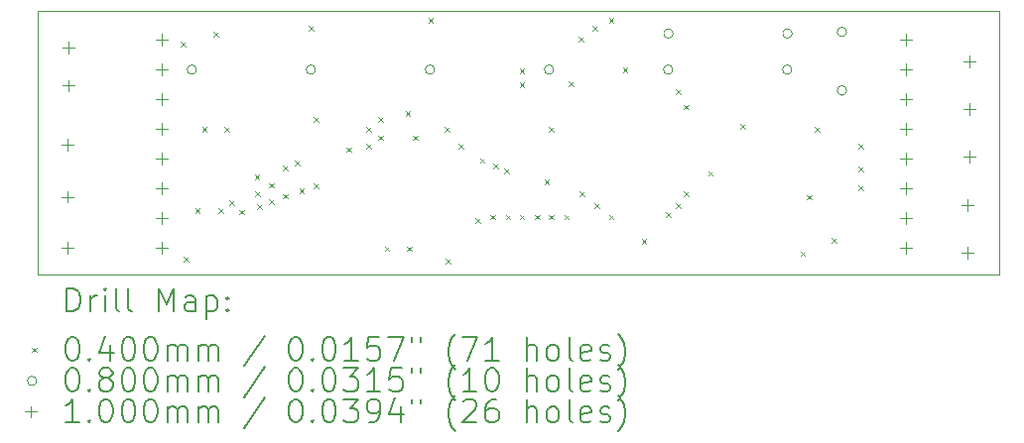
<source format=gbr>
%TF.GenerationSoftware,KiCad,Pcbnew,6.0.9-8da3e8f707~116~ubuntu20.04.1*%
%TF.CreationDate,2022-11-07T18:33:13+00:00*%
%TF.ProjectId,slrm,736c726d-2e6b-4696-9361-645f70636258,rev?*%
%TF.SameCoordinates,Original*%
%TF.FileFunction,Drillmap*%
%TF.FilePolarity,Positive*%
%FSLAX45Y45*%
G04 Gerber Fmt 4.5, Leading zero omitted, Abs format (unit mm)*
G04 Created by KiCad (PCBNEW 6.0.9-8da3e8f707~116~ubuntu20.04.1) date 2022-11-07 18:33:13*
%MOMM*%
%LPD*%
G01*
G04 APERTURE LIST*
%ADD10C,0.100000*%
%ADD11C,0.200000*%
%ADD12C,0.040000*%
%ADD13C,0.080000*%
G04 APERTURE END LIST*
D10*
X10873569Y-8392145D02*
X19078802Y-8392145D01*
X19078802Y-8392145D02*
X19078802Y-10640810D01*
X19078802Y-10640810D02*
X10873569Y-10640810D01*
X10873569Y-10640810D02*
X10873569Y-8392145D01*
D11*
D12*
X12099550Y-8650000D02*
X12139550Y-8690000D01*
X12139550Y-8650000D02*
X12099550Y-8690000D01*
X12120000Y-10490000D02*
X12160000Y-10530000D01*
X12160000Y-10490000D02*
X12120000Y-10530000D01*
X12220260Y-10077350D02*
X12260260Y-10117350D01*
X12260260Y-10077350D02*
X12220260Y-10117350D01*
X12280000Y-9378000D02*
X12320000Y-9418000D01*
X12320000Y-9378000D02*
X12280000Y-9418000D01*
X12380000Y-8570000D02*
X12420000Y-8610000D01*
X12420000Y-8570000D02*
X12380000Y-8610000D01*
X12418380Y-10077350D02*
X12458380Y-10117350D01*
X12458380Y-10077350D02*
X12418380Y-10117350D01*
X12470000Y-9378000D02*
X12510000Y-9418000D01*
X12510000Y-9378000D02*
X12470000Y-9418000D01*
X12514506Y-10004900D02*
X12554506Y-10044900D01*
X12554506Y-10004900D02*
X12514506Y-10044900D01*
X12600000Y-10087550D02*
X12640000Y-10127550D01*
X12640000Y-10087550D02*
X12600000Y-10127550D01*
X12728260Y-9787550D02*
X12768260Y-9827550D01*
X12768260Y-9787550D02*
X12728260Y-9827550D01*
X12730000Y-9932450D02*
X12770000Y-9972450D01*
X12770000Y-9932450D02*
X12730000Y-9972450D01*
X12750000Y-10042550D02*
X12790000Y-10082550D01*
X12790000Y-10042550D02*
X12750000Y-10082550D01*
X12850000Y-9860000D02*
X12890000Y-9900000D01*
X12890000Y-9860000D02*
X12850000Y-9900000D01*
X12850000Y-9997550D02*
X12890000Y-10037550D01*
X12890000Y-9997550D02*
X12850000Y-10037550D01*
X12970000Y-9952550D02*
X13010000Y-9992550D01*
X13010000Y-9952550D02*
X12970000Y-9992550D01*
X12972100Y-9712550D02*
X13012100Y-9752550D01*
X13012100Y-9712550D02*
X12972100Y-9752550D01*
X13068540Y-9667550D02*
X13108540Y-9707550D01*
X13108540Y-9667550D02*
X13068540Y-9707550D01*
X13110000Y-9907550D02*
X13150000Y-9947550D01*
X13150000Y-9907550D02*
X13110000Y-9947550D01*
X13190000Y-8517550D02*
X13230000Y-8557550D01*
X13230000Y-8517550D02*
X13190000Y-8557550D01*
X13230000Y-9862550D02*
X13270000Y-9902550D01*
X13270000Y-9862550D02*
X13230000Y-9902550D01*
X13233720Y-9294180D02*
X13273720Y-9334180D01*
X13273720Y-9294180D02*
X13233720Y-9334180D01*
X13512000Y-9555000D02*
X13552000Y-9595000D01*
X13552000Y-9555000D02*
X13512000Y-9595000D01*
X13680000Y-9378000D02*
X13720000Y-9418000D01*
X13720000Y-9378000D02*
X13680000Y-9418000D01*
X13680000Y-9525100D02*
X13720000Y-9565100D01*
X13720000Y-9525100D02*
X13680000Y-9565100D01*
X13780000Y-9299260D02*
X13820000Y-9339260D01*
X13820000Y-9299260D02*
X13780000Y-9339260D01*
X13780000Y-9452650D02*
X13820000Y-9492650D01*
X13820000Y-9452650D02*
X13780000Y-9492650D01*
X13838568Y-10400595D02*
X13878568Y-10440595D01*
X13878568Y-10400595D02*
X13838568Y-10440595D01*
X14015000Y-9245000D02*
X14055000Y-9285000D01*
X14055000Y-9245000D02*
X14015000Y-9285000D01*
X14030000Y-10400000D02*
X14070000Y-10440000D01*
X14070000Y-10400000D02*
X14030000Y-10440000D01*
X14080000Y-9452650D02*
X14120000Y-9492650D01*
X14120000Y-9452650D02*
X14080000Y-9492650D01*
X14210000Y-8447550D02*
X14250000Y-8487550D01*
X14250000Y-8447550D02*
X14210000Y-8487550D01*
X14350000Y-9380000D02*
X14390000Y-9420000D01*
X14390000Y-9380000D02*
X14350000Y-9420000D01*
X14360000Y-10510000D02*
X14400000Y-10550000D01*
X14400000Y-10510000D02*
X14360000Y-10550000D01*
X14470000Y-9525100D02*
X14510000Y-9565100D01*
X14510000Y-9525100D02*
X14470000Y-9565100D01*
X14610000Y-10160000D02*
X14650000Y-10200000D01*
X14650000Y-10160000D02*
X14610000Y-10200000D01*
X14651040Y-9647550D02*
X14691040Y-9687550D01*
X14691040Y-9647550D02*
X14651040Y-9687550D01*
X14740000Y-10130000D02*
X14780000Y-10170000D01*
X14780000Y-10130000D02*
X14740000Y-10170000D01*
X14761815Y-9692550D02*
X14801815Y-9732550D01*
X14801815Y-9692550D02*
X14761815Y-9732550D01*
X14860000Y-9737550D02*
X14900000Y-9777550D01*
X14900000Y-9737550D02*
X14860000Y-9777550D01*
X14870000Y-10130000D02*
X14910000Y-10170000D01*
X14910000Y-10130000D02*
X14870000Y-10170000D01*
X14989000Y-8881000D02*
X15029000Y-8921000D01*
X15029000Y-8881000D02*
X14989000Y-8921000D01*
X14990000Y-9000000D02*
X15030000Y-9040000D01*
X15030000Y-9000000D02*
X14990000Y-9040000D01*
X14990000Y-10130000D02*
X15030000Y-10170000D01*
X15030000Y-10130000D02*
X14990000Y-10170000D01*
X15120000Y-10130000D02*
X15160000Y-10170000D01*
X15160000Y-10130000D02*
X15120000Y-10170000D01*
X15200000Y-9830000D02*
X15240000Y-9870000D01*
X15240000Y-9830000D02*
X15200000Y-9870000D01*
X15236000Y-9380150D02*
X15276000Y-9420150D01*
X15276000Y-9380150D02*
X15236000Y-9420150D01*
X15240000Y-10130000D02*
X15280000Y-10170000D01*
X15280000Y-10130000D02*
X15240000Y-10170000D01*
X15370000Y-10130000D02*
X15410000Y-10170000D01*
X15410000Y-10130000D02*
X15370000Y-10170000D01*
X15410000Y-8990000D02*
X15450000Y-9030000D01*
X15450000Y-8990000D02*
X15410000Y-9030000D01*
X15490000Y-8610000D02*
X15530000Y-8650000D01*
X15530000Y-8610000D02*
X15490000Y-8650000D01*
X15500000Y-9930000D02*
X15540000Y-9970000D01*
X15540000Y-9930000D02*
X15500000Y-9970000D01*
X15610000Y-8520000D02*
X15650000Y-8560000D01*
X15650000Y-8520000D02*
X15610000Y-8560000D01*
X15630000Y-10030000D02*
X15670000Y-10070000D01*
X15670000Y-10030000D02*
X15630000Y-10070000D01*
X15750000Y-8450000D02*
X15790000Y-8490000D01*
X15790000Y-8450000D02*
X15750000Y-8490000D01*
X15750000Y-10130000D02*
X15790000Y-10170000D01*
X15790000Y-10130000D02*
X15750000Y-10170000D01*
X15870000Y-8870000D02*
X15910000Y-8910000D01*
X15910000Y-8870000D02*
X15870000Y-8910000D01*
X16030000Y-10340000D02*
X16070000Y-10380000D01*
X16070000Y-10340000D02*
X16030000Y-10380000D01*
X16240000Y-10110000D02*
X16280000Y-10150000D01*
X16280000Y-10110000D02*
X16240000Y-10150000D01*
X16320000Y-9060000D02*
X16360000Y-9100000D01*
X16360000Y-9060000D02*
X16320000Y-9100000D01*
X16320000Y-10030000D02*
X16360000Y-10070000D01*
X16360000Y-10030000D02*
X16320000Y-10070000D01*
X16392450Y-9190000D02*
X16432450Y-9230000D01*
X16432450Y-9190000D02*
X16392450Y-9230000D01*
X16392450Y-9930000D02*
X16432450Y-9970000D01*
X16432450Y-9930000D02*
X16392450Y-9970000D01*
X16598000Y-9758000D02*
X16638000Y-9798000D01*
X16638000Y-9758000D02*
X16598000Y-9798000D01*
X16874000Y-9358000D02*
X16914000Y-9398000D01*
X16914000Y-9358000D02*
X16874000Y-9398000D01*
X17384000Y-10443000D02*
X17424000Y-10483000D01*
X17424000Y-10443000D02*
X17384000Y-10483000D01*
X17440000Y-9960000D02*
X17480000Y-10000000D01*
X17480000Y-9960000D02*
X17440000Y-10000000D01*
X17510000Y-9380000D02*
X17550000Y-9420000D01*
X17550000Y-9380000D02*
X17510000Y-9420000D01*
X17650000Y-10330000D02*
X17690000Y-10370000D01*
X17690000Y-10330000D02*
X17650000Y-10370000D01*
X17880000Y-9525050D02*
X17920000Y-9565050D01*
X17920000Y-9525050D02*
X17880000Y-9565050D01*
X17880000Y-9720000D02*
X17920000Y-9760000D01*
X17920000Y-9720000D02*
X17880000Y-9760000D01*
X17880000Y-9880000D02*
X17920000Y-9920000D01*
X17920000Y-9880000D02*
X17880000Y-9920000D01*
D13*
X12232000Y-8890000D02*
G75*
G03*
X12232000Y-8890000I-40000J0D01*
G01*
X13248000Y-8890000D02*
G75*
G03*
X13248000Y-8890000I-40000J0D01*
G01*
X14264000Y-8890000D02*
G75*
G03*
X14264000Y-8890000I-40000J0D01*
G01*
X15280000Y-8890000D02*
G75*
G03*
X15280000Y-8890000I-40000J0D01*
G01*
X16296000Y-8890000D02*
G75*
G03*
X16296000Y-8890000I-40000J0D01*
G01*
X16298540Y-8582660D02*
G75*
G03*
X16298540Y-8582660I-40000J0D01*
G01*
X17312000Y-8890000D02*
G75*
G03*
X17312000Y-8890000I-40000J0D01*
G01*
X17314540Y-8582660D02*
G75*
G03*
X17314540Y-8582660I-40000J0D01*
G01*
X17780000Y-8569000D02*
G75*
G03*
X17780000Y-8569000I-40000J0D01*
G01*
X17780000Y-9069000D02*
G75*
G03*
X17780000Y-9069000I-40000J0D01*
G01*
D10*
X11130000Y-9479620D02*
X11130000Y-9579620D01*
X11080000Y-9529620D02*
X11180000Y-9529620D01*
X11130000Y-9926660D02*
X11130000Y-10026660D01*
X11080000Y-9976660D02*
X11180000Y-9976660D01*
X11130000Y-10361000D02*
X11130000Y-10461000D01*
X11080000Y-10411000D02*
X11180000Y-10411000D01*
X11140160Y-8654120D02*
X11140160Y-8754120D01*
X11090160Y-8704120D02*
X11190160Y-8704120D01*
X11141940Y-8977840D02*
X11141940Y-9077840D01*
X11091940Y-9027840D02*
X11191940Y-9027840D01*
X11938000Y-8586000D02*
X11938000Y-8686000D01*
X11888000Y-8636000D02*
X11988000Y-8636000D01*
X11938000Y-8840000D02*
X11938000Y-8940000D01*
X11888000Y-8890000D02*
X11988000Y-8890000D01*
X11938000Y-9094000D02*
X11938000Y-9194000D01*
X11888000Y-9144000D02*
X11988000Y-9144000D01*
X11938000Y-9348000D02*
X11938000Y-9448000D01*
X11888000Y-9398000D02*
X11988000Y-9398000D01*
X11938000Y-9602000D02*
X11938000Y-9702000D01*
X11888000Y-9652000D02*
X11988000Y-9652000D01*
X11938000Y-9856000D02*
X11938000Y-9956000D01*
X11888000Y-9906000D02*
X11988000Y-9906000D01*
X11938000Y-10110000D02*
X11938000Y-10210000D01*
X11888000Y-10160000D02*
X11988000Y-10160000D01*
X11938000Y-10364000D02*
X11938000Y-10464000D01*
X11888000Y-10414000D02*
X11988000Y-10414000D01*
X18288000Y-8586000D02*
X18288000Y-8686000D01*
X18238000Y-8636000D02*
X18338000Y-8636000D01*
X18288000Y-8840000D02*
X18288000Y-8940000D01*
X18238000Y-8890000D02*
X18338000Y-8890000D01*
X18288000Y-9094000D02*
X18288000Y-9194000D01*
X18238000Y-9144000D02*
X18338000Y-9144000D01*
X18288000Y-9348000D02*
X18288000Y-9448000D01*
X18238000Y-9398000D02*
X18338000Y-9398000D01*
X18288000Y-9602000D02*
X18288000Y-9702000D01*
X18238000Y-9652000D02*
X18338000Y-9652000D01*
X18288000Y-9856000D02*
X18288000Y-9956000D01*
X18238000Y-9906000D02*
X18338000Y-9906000D01*
X18288000Y-10110000D02*
X18288000Y-10210000D01*
X18238000Y-10160000D02*
X18338000Y-10160000D01*
X18288000Y-10364000D02*
X18288000Y-10464000D01*
X18238000Y-10414000D02*
X18338000Y-10414000D01*
X18807920Y-9997060D02*
X18807920Y-10097060D01*
X18757920Y-10047060D02*
X18857920Y-10047060D01*
X18813000Y-10406000D02*
X18813000Y-10506000D01*
X18763000Y-10456000D02*
X18863000Y-10456000D01*
X18825700Y-9585580D02*
X18825700Y-9685580D01*
X18775700Y-9635580D02*
X18875700Y-9635580D01*
X18828240Y-8767700D02*
X18828240Y-8867700D01*
X18778240Y-8817700D02*
X18878240Y-8817700D01*
X18830780Y-9179180D02*
X18830780Y-9279180D01*
X18780780Y-9229180D02*
X18880780Y-9229180D01*
D11*
X11126188Y-10956286D02*
X11126188Y-10756286D01*
X11173807Y-10756286D01*
X11202379Y-10765810D01*
X11221426Y-10784857D01*
X11230950Y-10803905D01*
X11240474Y-10842000D01*
X11240474Y-10870572D01*
X11230950Y-10908667D01*
X11221426Y-10927714D01*
X11202379Y-10946762D01*
X11173807Y-10956286D01*
X11126188Y-10956286D01*
X11326188Y-10956286D02*
X11326188Y-10822952D01*
X11326188Y-10861048D02*
X11335712Y-10842000D01*
X11345236Y-10832476D01*
X11364284Y-10822952D01*
X11383331Y-10822952D01*
X11449998Y-10956286D02*
X11449998Y-10822952D01*
X11449998Y-10756286D02*
X11440474Y-10765810D01*
X11449998Y-10775333D01*
X11459522Y-10765810D01*
X11449998Y-10756286D01*
X11449998Y-10775333D01*
X11573807Y-10956286D02*
X11554760Y-10946762D01*
X11545236Y-10927714D01*
X11545236Y-10756286D01*
X11678569Y-10956286D02*
X11659522Y-10946762D01*
X11649998Y-10927714D01*
X11649998Y-10756286D01*
X11907141Y-10956286D02*
X11907141Y-10756286D01*
X11973807Y-10899143D01*
X12040474Y-10756286D01*
X12040474Y-10956286D01*
X12221426Y-10956286D02*
X12221426Y-10851524D01*
X12211903Y-10832476D01*
X12192855Y-10822952D01*
X12154760Y-10822952D01*
X12135712Y-10832476D01*
X12221426Y-10946762D02*
X12202379Y-10956286D01*
X12154760Y-10956286D01*
X12135712Y-10946762D01*
X12126188Y-10927714D01*
X12126188Y-10908667D01*
X12135712Y-10889619D01*
X12154760Y-10880095D01*
X12202379Y-10880095D01*
X12221426Y-10870572D01*
X12316665Y-10822952D02*
X12316665Y-11022952D01*
X12316665Y-10832476D02*
X12335712Y-10822952D01*
X12373807Y-10822952D01*
X12392855Y-10832476D01*
X12402379Y-10842000D01*
X12411903Y-10861048D01*
X12411903Y-10918191D01*
X12402379Y-10937238D01*
X12392855Y-10946762D01*
X12373807Y-10956286D01*
X12335712Y-10956286D01*
X12316665Y-10946762D01*
X12497617Y-10937238D02*
X12507141Y-10946762D01*
X12497617Y-10956286D01*
X12488093Y-10946762D01*
X12497617Y-10937238D01*
X12497617Y-10956286D01*
X12497617Y-10832476D02*
X12507141Y-10842000D01*
X12497617Y-10851524D01*
X12488093Y-10842000D01*
X12497617Y-10832476D01*
X12497617Y-10851524D01*
D12*
X10828569Y-11265810D02*
X10868569Y-11305810D01*
X10868569Y-11265810D02*
X10828569Y-11305810D01*
D11*
X11164284Y-11176286D02*
X11183331Y-11176286D01*
X11202379Y-11185810D01*
X11211903Y-11195333D01*
X11221426Y-11214381D01*
X11230950Y-11252476D01*
X11230950Y-11300095D01*
X11221426Y-11338190D01*
X11211903Y-11357238D01*
X11202379Y-11366762D01*
X11183331Y-11376286D01*
X11164284Y-11376286D01*
X11145236Y-11366762D01*
X11135712Y-11357238D01*
X11126188Y-11338190D01*
X11116665Y-11300095D01*
X11116665Y-11252476D01*
X11126188Y-11214381D01*
X11135712Y-11195333D01*
X11145236Y-11185810D01*
X11164284Y-11176286D01*
X11316665Y-11357238D02*
X11326188Y-11366762D01*
X11316665Y-11376286D01*
X11307141Y-11366762D01*
X11316665Y-11357238D01*
X11316665Y-11376286D01*
X11497617Y-11242952D02*
X11497617Y-11376286D01*
X11449998Y-11166762D02*
X11402379Y-11309619D01*
X11526188Y-11309619D01*
X11640474Y-11176286D02*
X11659522Y-11176286D01*
X11678569Y-11185810D01*
X11688093Y-11195333D01*
X11697617Y-11214381D01*
X11707141Y-11252476D01*
X11707141Y-11300095D01*
X11697617Y-11338190D01*
X11688093Y-11357238D01*
X11678569Y-11366762D01*
X11659522Y-11376286D01*
X11640474Y-11376286D01*
X11621426Y-11366762D01*
X11611903Y-11357238D01*
X11602379Y-11338190D01*
X11592855Y-11300095D01*
X11592855Y-11252476D01*
X11602379Y-11214381D01*
X11611903Y-11195333D01*
X11621426Y-11185810D01*
X11640474Y-11176286D01*
X11830950Y-11176286D02*
X11849998Y-11176286D01*
X11869045Y-11185810D01*
X11878569Y-11195333D01*
X11888093Y-11214381D01*
X11897617Y-11252476D01*
X11897617Y-11300095D01*
X11888093Y-11338190D01*
X11878569Y-11357238D01*
X11869045Y-11366762D01*
X11849998Y-11376286D01*
X11830950Y-11376286D01*
X11811903Y-11366762D01*
X11802379Y-11357238D01*
X11792855Y-11338190D01*
X11783331Y-11300095D01*
X11783331Y-11252476D01*
X11792855Y-11214381D01*
X11802379Y-11195333D01*
X11811903Y-11185810D01*
X11830950Y-11176286D01*
X11983331Y-11376286D02*
X11983331Y-11242952D01*
X11983331Y-11262000D02*
X11992855Y-11252476D01*
X12011903Y-11242952D01*
X12040474Y-11242952D01*
X12059522Y-11252476D01*
X12069045Y-11271524D01*
X12069045Y-11376286D01*
X12069045Y-11271524D02*
X12078569Y-11252476D01*
X12097617Y-11242952D01*
X12126188Y-11242952D01*
X12145236Y-11252476D01*
X12154760Y-11271524D01*
X12154760Y-11376286D01*
X12249998Y-11376286D02*
X12249998Y-11242952D01*
X12249998Y-11262000D02*
X12259522Y-11252476D01*
X12278569Y-11242952D01*
X12307141Y-11242952D01*
X12326188Y-11252476D01*
X12335712Y-11271524D01*
X12335712Y-11376286D01*
X12335712Y-11271524D02*
X12345236Y-11252476D01*
X12364284Y-11242952D01*
X12392855Y-11242952D01*
X12411903Y-11252476D01*
X12421426Y-11271524D01*
X12421426Y-11376286D01*
X12811903Y-11166762D02*
X12640474Y-11423905D01*
X13069045Y-11176286D02*
X13088093Y-11176286D01*
X13107141Y-11185810D01*
X13116665Y-11195333D01*
X13126188Y-11214381D01*
X13135712Y-11252476D01*
X13135712Y-11300095D01*
X13126188Y-11338190D01*
X13116665Y-11357238D01*
X13107141Y-11366762D01*
X13088093Y-11376286D01*
X13069045Y-11376286D01*
X13049998Y-11366762D01*
X13040474Y-11357238D01*
X13030950Y-11338190D01*
X13021426Y-11300095D01*
X13021426Y-11252476D01*
X13030950Y-11214381D01*
X13040474Y-11195333D01*
X13049998Y-11185810D01*
X13069045Y-11176286D01*
X13221426Y-11357238D02*
X13230950Y-11366762D01*
X13221426Y-11376286D01*
X13211903Y-11366762D01*
X13221426Y-11357238D01*
X13221426Y-11376286D01*
X13354760Y-11176286D02*
X13373807Y-11176286D01*
X13392855Y-11185810D01*
X13402379Y-11195333D01*
X13411903Y-11214381D01*
X13421426Y-11252476D01*
X13421426Y-11300095D01*
X13411903Y-11338190D01*
X13402379Y-11357238D01*
X13392855Y-11366762D01*
X13373807Y-11376286D01*
X13354760Y-11376286D01*
X13335712Y-11366762D01*
X13326188Y-11357238D01*
X13316665Y-11338190D01*
X13307141Y-11300095D01*
X13307141Y-11252476D01*
X13316665Y-11214381D01*
X13326188Y-11195333D01*
X13335712Y-11185810D01*
X13354760Y-11176286D01*
X13611903Y-11376286D02*
X13497617Y-11376286D01*
X13554760Y-11376286D02*
X13554760Y-11176286D01*
X13535712Y-11204857D01*
X13516665Y-11223905D01*
X13497617Y-11233429D01*
X13792855Y-11176286D02*
X13697617Y-11176286D01*
X13688093Y-11271524D01*
X13697617Y-11262000D01*
X13716665Y-11252476D01*
X13764284Y-11252476D01*
X13783331Y-11262000D01*
X13792855Y-11271524D01*
X13802379Y-11290571D01*
X13802379Y-11338190D01*
X13792855Y-11357238D01*
X13783331Y-11366762D01*
X13764284Y-11376286D01*
X13716665Y-11376286D01*
X13697617Y-11366762D01*
X13688093Y-11357238D01*
X13869045Y-11176286D02*
X14002379Y-11176286D01*
X13916665Y-11376286D01*
X14069045Y-11176286D02*
X14069045Y-11214381D01*
X14145236Y-11176286D02*
X14145236Y-11214381D01*
X14440474Y-11452476D02*
X14430950Y-11442952D01*
X14411903Y-11414381D01*
X14402379Y-11395333D01*
X14392855Y-11366762D01*
X14383331Y-11319143D01*
X14383331Y-11281048D01*
X14392855Y-11233429D01*
X14402379Y-11204857D01*
X14411903Y-11185810D01*
X14430950Y-11157238D01*
X14440474Y-11147714D01*
X14497617Y-11176286D02*
X14630950Y-11176286D01*
X14545236Y-11376286D01*
X14811903Y-11376286D02*
X14697617Y-11376286D01*
X14754760Y-11376286D02*
X14754760Y-11176286D01*
X14735712Y-11204857D01*
X14716665Y-11223905D01*
X14697617Y-11233429D01*
X15049998Y-11376286D02*
X15049998Y-11176286D01*
X15135712Y-11376286D02*
X15135712Y-11271524D01*
X15126188Y-11252476D01*
X15107141Y-11242952D01*
X15078569Y-11242952D01*
X15059522Y-11252476D01*
X15049998Y-11262000D01*
X15259522Y-11376286D02*
X15240474Y-11366762D01*
X15230950Y-11357238D01*
X15221426Y-11338190D01*
X15221426Y-11281048D01*
X15230950Y-11262000D01*
X15240474Y-11252476D01*
X15259522Y-11242952D01*
X15288093Y-11242952D01*
X15307141Y-11252476D01*
X15316665Y-11262000D01*
X15326188Y-11281048D01*
X15326188Y-11338190D01*
X15316665Y-11357238D01*
X15307141Y-11366762D01*
X15288093Y-11376286D01*
X15259522Y-11376286D01*
X15440474Y-11376286D02*
X15421426Y-11366762D01*
X15411903Y-11347714D01*
X15411903Y-11176286D01*
X15592855Y-11366762D02*
X15573807Y-11376286D01*
X15535712Y-11376286D01*
X15516665Y-11366762D01*
X15507141Y-11347714D01*
X15507141Y-11271524D01*
X15516665Y-11252476D01*
X15535712Y-11242952D01*
X15573807Y-11242952D01*
X15592855Y-11252476D01*
X15602379Y-11271524D01*
X15602379Y-11290571D01*
X15507141Y-11309619D01*
X15678569Y-11366762D02*
X15697617Y-11376286D01*
X15735712Y-11376286D01*
X15754760Y-11366762D01*
X15764284Y-11347714D01*
X15764284Y-11338190D01*
X15754760Y-11319143D01*
X15735712Y-11309619D01*
X15707141Y-11309619D01*
X15688093Y-11300095D01*
X15678569Y-11281048D01*
X15678569Y-11271524D01*
X15688093Y-11252476D01*
X15707141Y-11242952D01*
X15735712Y-11242952D01*
X15754760Y-11252476D01*
X15830950Y-11452476D02*
X15840474Y-11442952D01*
X15859522Y-11414381D01*
X15869045Y-11395333D01*
X15878569Y-11366762D01*
X15888093Y-11319143D01*
X15888093Y-11281048D01*
X15878569Y-11233429D01*
X15869045Y-11204857D01*
X15859522Y-11185810D01*
X15840474Y-11157238D01*
X15830950Y-11147714D01*
D13*
X10868569Y-11549810D02*
G75*
G03*
X10868569Y-11549810I-40000J0D01*
G01*
D11*
X11164284Y-11440286D02*
X11183331Y-11440286D01*
X11202379Y-11449810D01*
X11211903Y-11459333D01*
X11221426Y-11478381D01*
X11230950Y-11516476D01*
X11230950Y-11564095D01*
X11221426Y-11602190D01*
X11211903Y-11621238D01*
X11202379Y-11630762D01*
X11183331Y-11640286D01*
X11164284Y-11640286D01*
X11145236Y-11630762D01*
X11135712Y-11621238D01*
X11126188Y-11602190D01*
X11116665Y-11564095D01*
X11116665Y-11516476D01*
X11126188Y-11478381D01*
X11135712Y-11459333D01*
X11145236Y-11449810D01*
X11164284Y-11440286D01*
X11316665Y-11621238D02*
X11326188Y-11630762D01*
X11316665Y-11640286D01*
X11307141Y-11630762D01*
X11316665Y-11621238D01*
X11316665Y-11640286D01*
X11440474Y-11526000D02*
X11421426Y-11516476D01*
X11411903Y-11506952D01*
X11402379Y-11487905D01*
X11402379Y-11478381D01*
X11411903Y-11459333D01*
X11421426Y-11449810D01*
X11440474Y-11440286D01*
X11478569Y-11440286D01*
X11497617Y-11449810D01*
X11507141Y-11459333D01*
X11516665Y-11478381D01*
X11516665Y-11487905D01*
X11507141Y-11506952D01*
X11497617Y-11516476D01*
X11478569Y-11526000D01*
X11440474Y-11526000D01*
X11421426Y-11535524D01*
X11411903Y-11545048D01*
X11402379Y-11564095D01*
X11402379Y-11602190D01*
X11411903Y-11621238D01*
X11421426Y-11630762D01*
X11440474Y-11640286D01*
X11478569Y-11640286D01*
X11497617Y-11630762D01*
X11507141Y-11621238D01*
X11516665Y-11602190D01*
X11516665Y-11564095D01*
X11507141Y-11545048D01*
X11497617Y-11535524D01*
X11478569Y-11526000D01*
X11640474Y-11440286D02*
X11659522Y-11440286D01*
X11678569Y-11449810D01*
X11688093Y-11459333D01*
X11697617Y-11478381D01*
X11707141Y-11516476D01*
X11707141Y-11564095D01*
X11697617Y-11602190D01*
X11688093Y-11621238D01*
X11678569Y-11630762D01*
X11659522Y-11640286D01*
X11640474Y-11640286D01*
X11621426Y-11630762D01*
X11611903Y-11621238D01*
X11602379Y-11602190D01*
X11592855Y-11564095D01*
X11592855Y-11516476D01*
X11602379Y-11478381D01*
X11611903Y-11459333D01*
X11621426Y-11449810D01*
X11640474Y-11440286D01*
X11830950Y-11440286D02*
X11849998Y-11440286D01*
X11869045Y-11449810D01*
X11878569Y-11459333D01*
X11888093Y-11478381D01*
X11897617Y-11516476D01*
X11897617Y-11564095D01*
X11888093Y-11602190D01*
X11878569Y-11621238D01*
X11869045Y-11630762D01*
X11849998Y-11640286D01*
X11830950Y-11640286D01*
X11811903Y-11630762D01*
X11802379Y-11621238D01*
X11792855Y-11602190D01*
X11783331Y-11564095D01*
X11783331Y-11516476D01*
X11792855Y-11478381D01*
X11802379Y-11459333D01*
X11811903Y-11449810D01*
X11830950Y-11440286D01*
X11983331Y-11640286D02*
X11983331Y-11506952D01*
X11983331Y-11526000D02*
X11992855Y-11516476D01*
X12011903Y-11506952D01*
X12040474Y-11506952D01*
X12059522Y-11516476D01*
X12069045Y-11535524D01*
X12069045Y-11640286D01*
X12069045Y-11535524D02*
X12078569Y-11516476D01*
X12097617Y-11506952D01*
X12126188Y-11506952D01*
X12145236Y-11516476D01*
X12154760Y-11535524D01*
X12154760Y-11640286D01*
X12249998Y-11640286D02*
X12249998Y-11506952D01*
X12249998Y-11526000D02*
X12259522Y-11516476D01*
X12278569Y-11506952D01*
X12307141Y-11506952D01*
X12326188Y-11516476D01*
X12335712Y-11535524D01*
X12335712Y-11640286D01*
X12335712Y-11535524D02*
X12345236Y-11516476D01*
X12364284Y-11506952D01*
X12392855Y-11506952D01*
X12411903Y-11516476D01*
X12421426Y-11535524D01*
X12421426Y-11640286D01*
X12811903Y-11430762D02*
X12640474Y-11687905D01*
X13069045Y-11440286D02*
X13088093Y-11440286D01*
X13107141Y-11449810D01*
X13116665Y-11459333D01*
X13126188Y-11478381D01*
X13135712Y-11516476D01*
X13135712Y-11564095D01*
X13126188Y-11602190D01*
X13116665Y-11621238D01*
X13107141Y-11630762D01*
X13088093Y-11640286D01*
X13069045Y-11640286D01*
X13049998Y-11630762D01*
X13040474Y-11621238D01*
X13030950Y-11602190D01*
X13021426Y-11564095D01*
X13021426Y-11516476D01*
X13030950Y-11478381D01*
X13040474Y-11459333D01*
X13049998Y-11449810D01*
X13069045Y-11440286D01*
X13221426Y-11621238D02*
X13230950Y-11630762D01*
X13221426Y-11640286D01*
X13211903Y-11630762D01*
X13221426Y-11621238D01*
X13221426Y-11640286D01*
X13354760Y-11440286D02*
X13373807Y-11440286D01*
X13392855Y-11449810D01*
X13402379Y-11459333D01*
X13411903Y-11478381D01*
X13421426Y-11516476D01*
X13421426Y-11564095D01*
X13411903Y-11602190D01*
X13402379Y-11621238D01*
X13392855Y-11630762D01*
X13373807Y-11640286D01*
X13354760Y-11640286D01*
X13335712Y-11630762D01*
X13326188Y-11621238D01*
X13316665Y-11602190D01*
X13307141Y-11564095D01*
X13307141Y-11516476D01*
X13316665Y-11478381D01*
X13326188Y-11459333D01*
X13335712Y-11449810D01*
X13354760Y-11440286D01*
X13488093Y-11440286D02*
X13611903Y-11440286D01*
X13545236Y-11516476D01*
X13573807Y-11516476D01*
X13592855Y-11526000D01*
X13602379Y-11535524D01*
X13611903Y-11554571D01*
X13611903Y-11602190D01*
X13602379Y-11621238D01*
X13592855Y-11630762D01*
X13573807Y-11640286D01*
X13516665Y-11640286D01*
X13497617Y-11630762D01*
X13488093Y-11621238D01*
X13802379Y-11640286D02*
X13688093Y-11640286D01*
X13745236Y-11640286D02*
X13745236Y-11440286D01*
X13726188Y-11468857D01*
X13707141Y-11487905D01*
X13688093Y-11497429D01*
X13983331Y-11440286D02*
X13888093Y-11440286D01*
X13878569Y-11535524D01*
X13888093Y-11526000D01*
X13907141Y-11516476D01*
X13954760Y-11516476D01*
X13973807Y-11526000D01*
X13983331Y-11535524D01*
X13992855Y-11554571D01*
X13992855Y-11602190D01*
X13983331Y-11621238D01*
X13973807Y-11630762D01*
X13954760Y-11640286D01*
X13907141Y-11640286D01*
X13888093Y-11630762D01*
X13878569Y-11621238D01*
X14069045Y-11440286D02*
X14069045Y-11478381D01*
X14145236Y-11440286D02*
X14145236Y-11478381D01*
X14440474Y-11716476D02*
X14430950Y-11706952D01*
X14411903Y-11678381D01*
X14402379Y-11659333D01*
X14392855Y-11630762D01*
X14383331Y-11583143D01*
X14383331Y-11545048D01*
X14392855Y-11497429D01*
X14402379Y-11468857D01*
X14411903Y-11449810D01*
X14430950Y-11421238D01*
X14440474Y-11411714D01*
X14621426Y-11640286D02*
X14507141Y-11640286D01*
X14564284Y-11640286D02*
X14564284Y-11440286D01*
X14545236Y-11468857D01*
X14526188Y-11487905D01*
X14507141Y-11497429D01*
X14745236Y-11440286D02*
X14764284Y-11440286D01*
X14783331Y-11449810D01*
X14792855Y-11459333D01*
X14802379Y-11478381D01*
X14811903Y-11516476D01*
X14811903Y-11564095D01*
X14802379Y-11602190D01*
X14792855Y-11621238D01*
X14783331Y-11630762D01*
X14764284Y-11640286D01*
X14745236Y-11640286D01*
X14726188Y-11630762D01*
X14716665Y-11621238D01*
X14707141Y-11602190D01*
X14697617Y-11564095D01*
X14697617Y-11516476D01*
X14707141Y-11478381D01*
X14716665Y-11459333D01*
X14726188Y-11449810D01*
X14745236Y-11440286D01*
X15049998Y-11640286D02*
X15049998Y-11440286D01*
X15135712Y-11640286D02*
X15135712Y-11535524D01*
X15126188Y-11516476D01*
X15107141Y-11506952D01*
X15078569Y-11506952D01*
X15059522Y-11516476D01*
X15049998Y-11526000D01*
X15259522Y-11640286D02*
X15240474Y-11630762D01*
X15230950Y-11621238D01*
X15221426Y-11602190D01*
X15221426Y-11545048D01*
X15230950Y-11526000D01*
X15240474Y-11516476D01*
X15259522Y-11506952D01*
X15288093Y-11506952D01*
X15307141Y-11516476D01*
X15316665Y-11526000D01*
X15326188Y-11545048D01*
X15326188Y-11602190D01*
X15316665Y-11621238D01*
X15307141Y-11630762D01*
X15288093Y-11640286D01*
X15259522Y-11640286D01*
X15440474Y-11640286D02*
X15421426Y-11630762D01*
X15411903Y-11611714D01*
X15411903Y-11440286D01*
X15592855Y-11630762D02*
X15573807Y-11640286D01*
X15535712Y-11640286D01*
X15516665Y-11630762D01*
X15507141Y-11611714D01*
X15507141Y-11535524D01*
X15516665Y-11516476D01*
X15535712Y-11506952D01*
X15573807Y-11506952D01*
X15592855Y-11516476D01*
X15602379Y-11535524D01*
X15602379Y-11554571D01*
X15507141Y-11573619D01*
X15678569Y-11630762D02*
X15697617Y-11640286D01*
X15735712Y-11640286D01*
X15754760Y-11630762D01*
X15764284Y-11611714D01*
X15764284Y-11602190D01*
X15754760Y-11583143D01*
X15735712Y-11573619D01*
X15707141Y-11573619D01*
X15688093Y-11564095D01*
X15678569Y-11545048D01*
X15678569Y-11535524D01*
X15688093Y-11516476D01*
X15707141Y-11506952D01*
X15735712Y-11506952D01*
X15754760Y-11516476D01*
X15830950Y-11716476D02*
X15840474Y-11706952D01*
X15859522Y-11678381D01*
X15869045Y-11659333D01*
X15878569Y-11630762D01*
X15888093Y-11583143D01*
X15888093Y-11545048D01*
X15878569Y-11497429D01*
X15869045Y-11468857D01*
X15859522Y-11449810D01*
X15840474Y-11421238D01*
X15830950Y-11411714D01*
D10*
X10818569Y-11763810D02*
X10818569Y-11863810D01*
X10768569Y-11813810D02*
X10868569Y-11813810D01*
D11*
X11230950Y-11904286D02*
X11116665Y-11904286D01*
X11173807Y-11904286D02*
X11173807Y-11704286D01*
X11154760Y-11732857D01*
X11135712Y-11751905D01*
X11116665Y-11761429D01*
X11316665Y-11885238D02*
X11326188Y-11894762D01*
X11316665Y-11904286D01*
X11307141Y-11894762D01*
X11316665Y-11885238D01*
X11316665Y-11904286D01*
X11449998Y-11704286D02*
X11469045Y-11704286D01*
X11488093Y-11713810D01*
X11497617Y-11723333D01*
X11507141Y-11742381D01*
X11516665Y-11780476D01*
X11516665Y-11828095D01*
X11507141Y-11866190D01*
X11497617Y-11885238D01*
X11488093Y-11894762D01*
X11469045Y-11904286D01*
X11449998Y-11904286D01*
X11430950Y-11894762D01*
X11421426Y-11885238D01*
X11411903Y-11866190D01*
X11402379Y-11828095D01*
X11402379Y-11780476D01*
X11411903Y-11742381D01*
X11421426Y-11723333D01*
X11430950Y-11713810D01*
X11449998Y-11704286D01*
X11640474Y-11704286D02*
X11659522Y-11704286D01*
X11678569Y-11713810D01*
X11688093Y-11723333D01*
X11697617Y-11742381D01*
X11707141Y-11780476D01*
X11707141Y-11828095D01*
X11697617Y-11866190D01*
X11688093Y-11885238D01*
X11678569Y-11894762D01*
X11659522Y-11904286D01*
X11640474Y-11904286D01*
X11621426Y-11894762D01*
X11611903Y-11885238D01*
X11602379Y-11866190D01*
X11592855Y-11828095D01*
X11592855Y-11780476D01*
X11602379Y-11742381D01*
X11611903Y-11723333D01*
X11621426Y-11713810D01*
X11640474Y-11704286D01*
X11830950Y-11704286D02*
X11849998Y-11704286D01*
X11869045Y-11713810D01*
X11878569Y-11723333D01*
X11888093Y-11742381D01*
X11897617Y-11780476D01*
X11897617Y-11828095D01*
X11888093Y-11866190D01*
X11878569Y-11885238D01*
X11869045Y-11894762D01*
X11849998Y-11904286D01*
X11830950Y-11904286D01*
X11811903Y-11894762D01*
X11802379Y-11885238D01*
X11792855Y-11866190D01*
X11783331Y-11828095D01*
X11783331Y-11780476D01*
X11792855Y-11742381D01*
X11802379Y-11723333D01*
X11811903Y-11713810D01*
X11830950Y-11704286D01*
X11983331Y-11904286D02*
X11983331Y-11770952D01*
X11983331Y-11790000D02*
X11992855Y-11780476D01*
X12011903Y-11770952D01*
X12040474Y-11770952D01*
X12059522Y-11780476D01*
X12069045Y-11799524D01*
X12069045Y-11904286D01*
X12069045Y-11799524D02*
X12078569Y-11780476D01*
X12097617Y-11770952D01*
X12126188Y-11770952D01*
X12145236Y-11780476D01*
X12154760Y-11799524D01*
X12154760Y-11904286D01*
X12249998Y-11904286D02*
X12249998Y-11770952D01*
X12249998Y-11790000D02*
X12259522Y-11780476D01*
X12278569Y-11770952D01*
X12307141Y-11770952D01*
X12326188Y-11780476D01*
X12335712Y-11799524D01*
X12335712Y-11904286D01*
X12335712Y-11799524D02*
X12345236Y-11780476D01*
X12364284Y-11770952D01*
X12392855Y-11770952D01*
X12411903Y-11780476D01*
X12421426Y-11799524D01*
X12421426Y-11904286D01*
X12811903Y-11694762D02*
X12640474Y-11951905D01*
X13069045Y-11704286D02*
X13088093Y-11704286D01*
X13107141Y-11713810D01*
X13116665Y-11723333D01*
X13126188Y-11742381D01*
X13135712Y-11780476D01*
X13135712Y-11828095D01*
X13126188Y-11866190D01*
X13116665Y-11885238D01*
X13107141Y-11894762D01*
X13088093Y-11904286D01*
X13069045Y-11904286D01*
X13049998Y-11894762D01*
X13040474Y-11885238D01*
X13030950Y-11866190D01*
X13021426Y-11828095D01*
X13021426Y-11780476D01*
X13030950Y-11742381D01*
X13040474Y-11723333D01*
X13049998Y-11713810D01*
X13069045Y-11704286D01*
X13221426Y-11885238D02*
X13230950Y-11894762D01*
X13221426Y-11904286D01*
X13211903Y-11894762D01*
X13221426Y-11885238D01*
X13221426Y-11904286D01*
X13354760Y-11704286D02*
X13373807Y-11704286D01*
X13392855Y-11713810D01*
X13402379Y-11723333D01*
X13411903Y-11742381D01*
X13421426Y-11780476D01*
X13421426Y-11828095D01*
X13411903Y-11866190D01*
X13402379Y-11885238D01*
X13392855Y-11894762D01*
X13373807Y-11904286D01*
X13354760Y-11904286D01*
X13335712Y-11894762D01*
X13326188Y-11885238D01*
X13316665Y-11866190D01*
X13307141Y-11828095D01*
X13307141Y-11780476D01*
X13316665Y-11742381D01*
X13326188Y-11723333D01*
X13335712Y-11713810D01*
X13354760Y-11704286D01*
X13488093Y-11704286D02*
X13611903Y-11704286D01*
X13545236Y-11780476D01*
X13573807Y-11780476D01*
X13592855Y-11790000D01*
X13602379Y-11799524D01*
X13611903Y-11818571D01*
X13611903Y-11866190D01*
X13602379Y-11885238D01*
X13592855Y-11894762D01*
X13573807Y-11904286D01*
X13516665Y-11904286D01*
X13497617Y-11894762D01*
X13488093Y-11885238D01*
X13707141Y-11904286D02*
X13745236Y-11904286D01*
X13764284Y-11894762D01*
X13773807Y-11885238D01*
X13792855Y-11856667D01*
X13802379Y-11818571D01*
X13802379Y-11742381D01*
X13792855Y-11723333D01*
X13783331Y-11713810D01*
X13764284Y-11704286D01*
X13726188Y-11704286D01*
X13707141Y-11713810D01*
X13697617Y-11723333D01*
X13688093Y-11742381D01*
X13688093Y-11790000D01*
X13697617Y-11809048D01*
X13707141Y-11818571D01*
X13726188Y-11828095D01*
X13764284Y-11828095D01*
X13783331Y-11818571D01*
X13792855Y-11809048D01*
X13802379Y-11790000D01*
X13973807Y-11770952D02*
X13973807Y-11904286D01*
X13926188Y-11694762D02*
X13878569Y-11837619D01*
X14002379Y-11837619D01*
X14069045Y-11704286D02*
X14069045Y-11742381D01*
X14145236Y-11704286D02*
X14145236Y-11742381D01*
X14440474Y-11980476D02*
X14430950Y-11970952D01*
X14411903Y-11942381D01*
X14402379Y-11923333D01*
X14392855Y-11894762D01*
X14383331Y-11847143D01*
X14383331Y-11809048D01*
X14392855Y-11761429D01*
X14402379Y-11732857D01*
X14411903Y-11713810D01*
X14430950Y-11685238D01*
X14440474Y-11675714D01*
X14507141Y-11723333D02*
X14516665Y-11713810D01*
X14535712Y-11704286D01*
X14583331Y-11704286D01*
X14602379Y-11713810D01*
X14611903Y-11723333D01*
X14621426Y-11742381D01*
X14621426Y-11761429D01*
X14611903Y-11790000D01*
X14497617Y-11904286D01*
X14621426Y-11904286D01*
X14792855Y-11704286D02*
X14754760Y-11704286D01*
X14735712Y-11713810D01*
X14726188Y-11723333D01*
X14707141Y-11751905D01*
X14697617Y-11790000D01*
X14697617Y-11866190D01*
X14707141Y-11885238D01*
X14716665Y-11894762D01*
X14735712Y-11904286D01*
X14773807Y-11904286D01*
X14792855Y-11894762D01*
X14802379Y-11885238D01*
X14811903Y-11866190D01*
X14811903Y-11818571D01*
X14802379Y-11799524D01*
X14792855Y-11790000D01*
X14773807Y-11780476D01*
X14735712Y-11780476D01*
X14716665Y-11790000D01*
X14707141Y-11799524D01*
X14697617Y-11818571D01*
X15049998Y-11904286D02*
X15049998Y-11704286D01*
X15135712Y-11904286D02*
X15135712Y-11799524D01*
X15126188Y-11780476D01*
X15107141Y-11770952D01*
X15078569Y-11770952D01*
X15059522Y-11780476D01*
X15049998Y-11790000D01*
X15259522Y-11904286D02*
X15240474Y-11894762D01*
X15230950Y-11885238D01*
X15221426Y-11866190D01*
X15221426Y-11809048D01*
X15230950Y-11790000D01*
X15240474Y-11780476D01*
X15259522Y-11770952D01*
X15288093Y-11770952D01*
X15307141Y-11780476D01*
X15316665Y-11790000D01*
X15326188Y-11809048D01*
X15326188Y-11866190D01*
X15316665Y-11885238D01*
X15307141Y-11894762D01*
X15288093Y-11904286D01*
X15259522Y-11904286D01*
X15440474Y-11904286D02*
X15421426Y-11894762D01*
X15411903Y-11875714D01*
X15411903Y-11704286D01*
X15592855Y-11894762D02*
X15573807Y-11904286D01*
X15535712Y-11904286D01*
X15516665Y-11894762D01*
X15507141Y-11875714D01*
X15507141Y-11799524D01*
X15516665Y-11780476D01*
X15535712Y-11770952D01*
X15573807Y-11770952D01*
X15592855Y-11780476D01*
X15602379Y-11799524D01*
X15602379Y-11818571D01*
X15507141Y-11837619D01*
X15678569Y-11894762D02*
X15697617Y-11904286D01*
X15735712Y-11904286D01*
X15754760Y-11894762D01*
X15764284Y-11875714D01*
X15764284Y-11866190D01*
X15754760Y-11847143D01*
X15735712Y-11837619D01*
X15707141Y-11837619D01*
X15688093Y-11828095D01*
X15678569Y-11809048D01*
X15678569Y-11799524D01*
X15688093Y-11780476D01*
X15707141Y-11770952D01*
X15735712Y-11770952D01*
X15754760Y-11780476D01*
X15830950Y-11980476D02*
X15840474Y-11970952D01*
X15859522Y-11942381D01*
X15869045Y-11923333D01*
X15878569Y-11894762D01*
X15888093Y-11847143D01*
X15888093Y-11809048D01*
X15878569Y-11761429D01*
X15869045Y-11732857D01*
X15859522Y-11713810D01*
X15840474Y-11685238D01*
X15830950Y-11675714D01*
M02*

</source>
